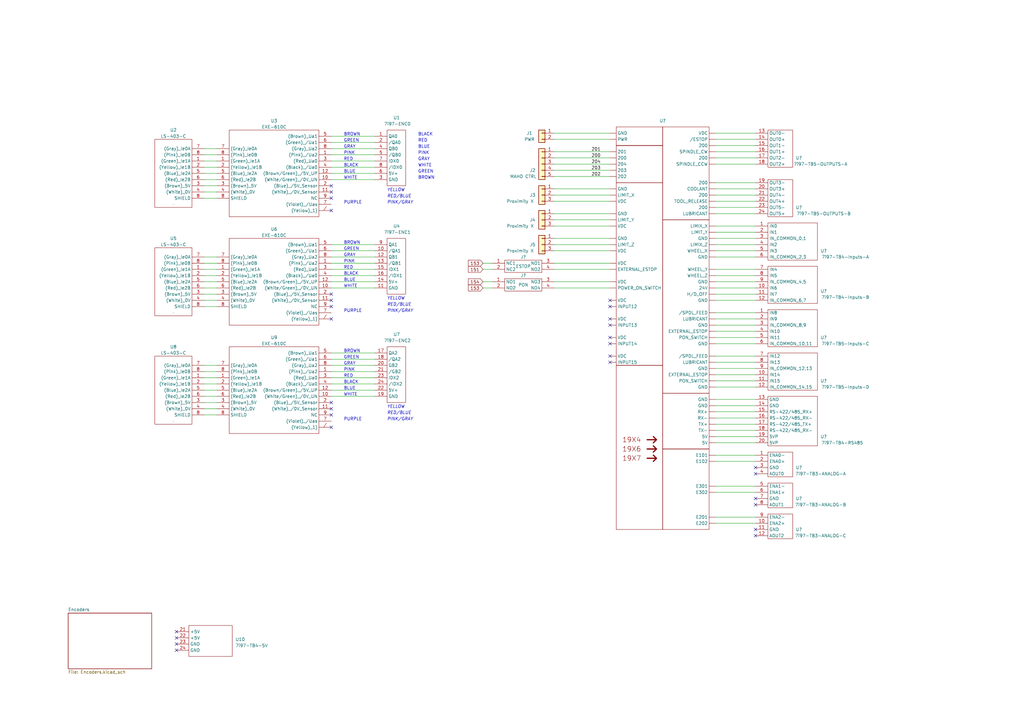
<source format=kicad_sch>
(kicad_sch (version 20230121) (generator eeschema)
  (paper "A3")
  (lib_symbols
    (symbol "Connector_Generic:Conn_01x02" (pin_names (offset 1.016) hide)
      (property "Reference" "J" (at 0 2.54 0))
      (property "Value" "Conn_01x02" (at 0 -5.08 0))
      (symbol "Conn_01x02_1_1"
        (rectangle (start -1.27 -2.413) (end 0 -2.667) (stroke (width 0.1524)))
        (rectangle (start -1.27 0.127) (end 0 -0.127) (stroke (width 0.1524)))
        (rectangle (start -1.27 1.27) (end 1.27 -3.81) (stroke (width 0.254)) (fill (type background)))
        (pin passive line (at -5.08 0 0) (length 3.81) (name "Pin_1") (number "1"))
        (pin passive line (at -5.08 -2.54 0) (length 3.81) (name "Pin_2") (number "2"))
      )
    )
    (symbol "Connector_Generic:Conn_01x03" (pin_names (offset 1.016) hide)
      (property "Reference" "J" (at 0 5.08 0))
      (property "Value" "Conn_01x03" (at 0 -5.08 0))
      (symbol "Conn_01x03_1_1"
        (rectangle (start -1.27 -2.413) (end 0 -2.667) (stroke (width 0.1524)))
        (rectangle (start -1.27 0.127) (end 0 -0.127) (stroke (width 0.1524)))
        (rectangle (start -1.27 2.667) (end 0 2.413) (stroke (width 0.1524)))
        (rectangle (start -1.27 3.81) (end 1.27 -3.81) (stroke (width 0.254)) (fill (type background)))
        (pin passive line (at -5.08 2.54 0) (length 3.81) (name "Pin_1") (number "1"))
        (pin passive line (at -5.08 0 0) (length 3.81) (name "Pin_2") (number "2"))
        (pin passive line (at -5.08 -2.54 0) (length 3.81) (name "Pin_3") (number "3"))
      )
    )
    (symbol "Connector_Generic:Conn_01x05" (pin_names (offset 1.016) hide)
      (property "Reference" "J" (at 0 7.62 0))
      (property "Value" "Conn_01x05" (at 0 -7.62 0))
      (symbol "Conn_01x05_1_1"
        (rectangle (start -1.27 -4.953) (end 0 -5.207) (stroke (width 0.1524)))
        (rectangle (start -1.27 -2.413) (end 0 -2.667) (stroke (width 0.1524)))
        (rectangle (start -1.27 0.127) (end 0 -0.127) (stroke (width 0.1524)))
        (rectangle (start -1.27 2.667) (end 0 2.413) (stroke (width 0.1524)))
        (rectangle (start -1.27 5.207) (end 0 4.953) (stroke (width 0.1524)))
        (rectangle (start -1.27 6.35) (end 1.27 -6.35) (stroke (width 0.254)) (fill (type background)))
        (pin passive line (at -5.08 5.08 0) (length 3.81) (name "Pin_1") (number "1"))
        (pin passive line (at -5.08 2.54 0) (length 3.81) (name "Pin_2") (number "2"))
        (pin passive line (at -5.08 0 0) (length 3.81) (name "Pin_3") (number "3"))
        (pin passive line (at -5.08 -2.54 0) (length 3.81) (name "Pin_4") (number "4"))
        (pin passive line (at -5.08 -5.08 0) (length 3.81) (name "Pin_5") (number "5"))
      )
    )
    (symbol "MAHO:7i97-ENC0"
      (property "Reference" "U" (at 0 15.24 0))
      (property "Value" "7i97-ENC0" (at 0 12.7 0))
      (symbol "7i97-ENC0_0_1"
        (rectangle (start -3.81 11.43) (end 3.81 -11.43) (stroke (width 0.1524)))
      )
      (symbol "7i97-ENC0_1_1"
        (pin passive line (at -8.89 8.89 0) (length 5.08) (name "QA0") (number "1"))
        (pin passive line (at -8.89 6.35 0) (length 5.08) (name "/QA0") (number "2"))
        (pin passive line (at -8.89 -8.89 0) (length 5.08) (name "GND") (number "3"))
        (pin passive line (at -8.89 3.81 0) (length 5.08) (name "QB0") (number "4"))
        (pin passive line (at -8.89 1.27 0) (length 5.08) (name "/QB0") (number "5"))
        (pin passive line (at -8.89 -6.35 0) (length 5.08) (name "5V+") (number "6"))
        (pin passive line (at -8.89 -1.27 0) (length 5.08) (name "IDX0") (number "7"))
        (pin passive line (at -8.89 -3.81 0) (length 5.08) (name "/IDX0") (number "8"))
      )
    )
    (symbol "MAHO:7i97-ENC1"
      (property "Reference" "U" (at 0 13.97 0))
      (property "Value" "7i97-ENC1" (at 0 12.7 0))
      (symbol "7i97-ENC1_0_1"
        (rectangle (start -3.81 11.43) (end 3.81 -11.43) (stroke (width 0.1524)))
      )
      (symbol "7i97-ENC1_1_1"
        (pin passive line (at -8.89 6.35 0) (length 5.08) (name "/QA1") (number "10"))
        (pin passive line (at -8.89 -8.89 0) (length 5.08) (name "GND") (number "11"))
        (pin passive line (at -8.89 3.81 0) (length 5.08) (name "QB1") (number "12"))
        (pin passive line (at -8.89 1.27 0) (length 5.08) (name "/QB1") (number "13"))
        (pin passive line (at -8.89 -6.35 0) (length 5.08) (name "5V+") (number "14"))
        (pin passive line (at -8.89 -1.27 0) (length 5.08) (name "IDX1") (number "15"))
        (pin passive line (at -8.89 -3.81 0) (length 5.08) (name "/IDX1") (number "16"))
        (pin passive line (at -8.89 8.89 0) (length 5.08) (name "QA1") (number "9"))
      )
    )
    (symbol "MAHO:7i97-ENC2"
      (property "Reference" "U" (at 0 15.24 0))
      (property "Value" "7i97-ENC2" (at 0 12.7 0))
      (symbol "7i97-ENC2_0_1"
        (rectangle (start -3.81 11.43) (end 3.81 -11.43) (stroke (width 0.1524)))
      )
      (symbol "7i97-ENC2_1_1"
        (pin passive line (at -8.89 8.89 0) (length 5.08) (name "QA2") (number "17"))
        (pin passive line (at -8.89 6.35 0) (length 5.08) (name "/QA2") (number "18"))
        (pin passive line (at -8.89 -8.89 0) (length 5.08) (name "GND") (number "19"))
        (pin passive line (at -8.89 3.81 0) (length 5.08) (name "GB2") (number "20"))
        (pin passive line (at -8.89 1.27 0) (length 5.08) (name "/GB2") (number "21"))
        (pin passive line (at -8.89 -6.35 0) (length 5.08) (name "5V+") (number "22"))
        (pin passive line (at -8.89 -1.27 0) (length 5.08) (name "IDX2") (number "23"))
        (pin passive line (at -8.89 -3.81 0) (length 5.08) (name "/IDX2") (number "24"))
      )
    )
    (symbol "MAHO:7i97-TB3-ANALOG-A"
      (property "Reference" "U" (at 7.62 -1.27 0))
      (property "Value" "7i97-TB3-ANALOG-A" (at 16.51 -3.81 0))
      (symbol "7i97-TB3-ANALOG-A_0_1"
        (rectangle (start -5.08 5.08) (end 5.08 -5.08) (stroke (width 0.1524)))
      )
      (symbol "7i97-TB3-ANALOG-A_1_1"
        (pin passive line (at -10.16 3.81 0) (length 5.08) (name "ENA0-") (number "1"))
        (pin passive line (at -10.16 1.27 0) (length 5.08) (name "ENA0+") (number "2"))
        (pin passive line (at -10.16 -1.27 0) (length 5.08) (name "GND") (number "3"))
        (pin passive line (at -10.16 -3.81 0) (length 5.08) (name "AOUT0") (number "4"))
      )
    )
    (symbol "MAHO:7i97-TB3-ANALOG-B"
      (property "Reference" "U" (at -5.08 -3.81 0))
      (property "Value" "7i97-TB3-ANALOG-B" (at 3.81 -6.35 0))
      (symbol "7i97-TB3-ANALOG-B_0_1"
        (rectangle (start -17.78 2.54) (end -7.62 -7.62) (stroke (width 0.1524)))
      )
      (symbol "7i97-TB3-ANALOG-B_1_1"
        (pin passive line (at -22.86 1.27 0) (length 5.08) (name "ENA1-") (number "5"))
        (pin passive line (at -22.86 -1.27 0) (length 5.08) (name "ENA1+") (number "6"))
        (pin passive line (at -22.86 -3.81 0) (length 5.08) (name "GND") (number "7"))
        (pin passive line (at -22.86 -6.35 0) (length 5.08) (name "AOUT1") (number "8"))
      )
    )
    (symbol "MAHO:7i97-TB3-ANALOG-C"
      (property "Reference" "U" (at 7.62 -1.27 0))
      (property "Value" "7i97-TB3-ANALOG-C" (at 16.51 -3.81 0))
      (symbol "7i97-TB3-ANALOG-C_0_1"
        (rectangle (start -5.08 5.08) (end 5.08 -5.08) (stroke (width 0.1524)))
      )
      (symbol "7i97-TB3-ANALOG-C_1_1"
        (pin passive line (at -10.16 1.27 0) (length 5.08) (name "ENA2+") (number "10"))
        (pin passive line (at -10.16 -1.27 0) (length 5.08) (name "GND") (number "11"))
        (pin passive line (at -10.16 -3.81 0) (length 5.08) (name "AOUT2") (number "12"))
        (pin passive line (at -10.16 3.81 0) (length 5.08) (name "ENA2-") (number "9"))
      )
    )
    (symbol "MAHO:7i97-TB4-5V"
      (property "Reference" "U" (at 0 11.43 0))
      (property "Value" "7i97-TB4-5V" (at 0 8.89 0))
      (symbol "7i97-TB4-5V_0_1"
        (rectangle (start -8.89 6.35) (end 8.89 -6.35) (stroke (width 0.1524)))
      )
      (symbol "7i97-TB4-5V_1_1"
        (pin passive line (at -13.97 3.81 0) (length 5.08) (name "+5V") (number "21"))
        (pin passive line (at -13.97 1.27 0) (length 5.08) (name "+5V") (number "22"))
        (pin passive line (at -13.97 -1.27 0) (length 5.08) (name "GND") (number "23"))
        (pin passive line (at -13.97 -3.81 0) (length 5.08) (name "GND") (number "24"))
      )
    )
    (symbol "MAHO:7i97-TB4-Inputs-A"
      (property "Reference" "U" (at 12.7 -3.81 0))
      (property "Value" "7i97-TB4-Inputs-A" (at 21.59 -6.35 0))
      (symbol "7i97-TB4-Inputs-A_0_1"
        (rectangle (start -10.16 7.62) (end 10.16 -7.62) (stroke (width 0.1524)))
      )
      (symbol "7i97-TB4-Inputs-A_1_1"
        (pin passive line (at -15.24 6.35 0) (length 5.08) (name "IN0") (number "1"))
        (pin passive line (at -15.24 3.81 0) (length 5.08) (name "IN1") (number "2"))
        (pin passive line (at -15.24 1.27 0) (length 5.08) (name "IN_COMMON_0,1") (number "3"))
        (pin passive line (at -15.24 -1.27 0) (length 5.08) (name "IN2") (number "4"))
        (pin passive line (at -15.24 -3.81 0) (length 5.08) (name "IN3") (number "5"))
        (pin passive line (at -15.24 -6.35 0) (length 5.08) (name "IN_COMMON_2,3") (number "6"))
      )
    )
    (symbol "MAHO:7i97-TB4-Inputs-B"
      (property "Reference" "U" (at 12.7 -2.54 0))
      (property "Value" "7i97-TB4-Inputs-B" (at 21.59 -5.08 0))
      (symbol "7i97-TB4-Inputs-B_0_1"
        (rectangle (start -10.16 7.62) (end 10.16 -7.62) (stroke (width 0.1524)))
      )
      (symbol "7i97-TB4-Inputs-B_1_1"
        (pin passive line (at -15.24 -1.27 0) (length 5.08) (name "IN6") (number "10"))
        (pin passive line (at -15.24 -3.81 0) (length 5.08) (name "IN7") (number "11"))
        (pin passive line (at -15.24 -6.35 0) (length 5.08) (name "IN_COMMON_6,7") (number "12"))
        (pin passive line (at -15.24 6.35 0) (length 5.08) (name "IN4") (number "7"))
        (pin passive line (at -15.24 3.81 0) (length 5.08) (name "IN5") (number "8"))
        (pin passive line (at -15.24 1.27 0) (length 5.08) (name "IN_COMMON_4,5") (number "9"))
      )
    )
    (symbol "MAHO:7i97-TB4-RS485"
      (property "Reference" "U" (at 12.7 -6.35 0))
      (property "Value" "7i97-TB4-RS485" (at 20.32 -8.89 0))
      (symbol "7i97-TB4-RS485_0_1"
        (rectangle (start -10.16 10.16) (end 10.16 -10.16) (stroke (width 0.1524)))
      )
      (symbol "7i97-TB4-RS485_1_1"
        (pin passive line (at -15.24 8.89 0) (length 5.08) (name "GND") (number "13"))
        (pin passive line (at -15.24 6.35 0) (length 5.08) (name "GND") (number "14"))
        (pin passive line (at -15.24 3.81 0) (length 5.08) (name "RS-422/485_RX+") (number "15"))
        (pin passive line (at -15.24 1.27 0) (length 5.08) (name "RS-422/485_RX-") (number "16"))
        (pin passive line (at -15.24 -1.27 0) (length 5.08) (name "RS-422/485_TX+") (number "17"))
        (pin passive line (at -15.24 -3.81 0) (length 5.08) (name "RS-422/485_RX-") (number "18"))
        (pin passive line (at -15.24 -6.35 0) (length 5.08) (name "5VP") (number "19"))
        (pin passive line (at -15.24 -8.89 0) (length 5.08) (name "5VP") (number "20"))
      )
    )
    (symbol "MAHO:7i97-TB5-Inputs-C"
      (property "Reference" "U" (at 12.7 -3.81 0))
      (property "Value" "7i97-TB5-Inputs-C" (at 21.59 -6.35 0))
      (symbol "7i97-TB5-Inputs-C_0_1"
        (rectangle (start -10.16 7.62) (end 10.16 -7.62) (stroke (width 0.1524)))
      )
      (symbol "7i97-TB5-Inputs-C_1_1"
        (pin passive line (at -15.24 6.35 0) (length 5.08) (name "IN8") (number "1"))
        (pin passive line (at -15.24 3.81 0) (length 5.08) (name "IN9") (number "2"))
        (pin passive line (at -15.24 1.27 0) (length 5.08) (name "IN_COMMON_8,9") (number "3"))
        (pin passive line (at -15.24 -1.27 0) (length 5.08) (name "IN10") (number "4"))
        (pin passive line (at -15.24 -3.81 0) (length 5.08) (name "IN11") (number "5"))
        (pin passive line (at -15.24 -6.35 0) (length 5.08) (name "IN_COMMON_10,11") (number "6"))
      )
    )
    (symbol "MAHO:7i97-TB5-Inputs-D"
      (property "Reference" "U" (at 12.7 -3.81 0))
      (property "Value" "7i97-TB5-Inputs-D" (at 21.59 -6.35 0))
      (symbol "7i97-TB5-Inputs-D_0_1"
        (rectangle (start -10.16 7.62) (end 10.16 -7.62) (stroke (width 0.1524)))
      )
      (symbol "7i97-TB5-Inputs-D_1_1"
        (pin passive line (at -15.24 -1.27 0) (length 5.08) (name "IN14") (number "10"))
        (pin passive line (at -15.24 -3.81 0) (length 5.08) (name "IN15") (number "11"))
        (pin passive line (at -15.24 -6.35 0) (length 5.08) (name "IN_COMMON_14,15") (number "12"))
        (pin passive line (at -15.24 6.35 0) (length 5.08) (name "IN12") (number "7"))
        (pin passive line (at -15.24 3.81 0) (length 5.08) (name "IN13") (number "8"))
        (pin passive line (at -15.24 1.27 0) (length 5.08) (name "IN_COMMON_12,13") (number "9"))
      )
    )
    (symbol "MAHO:7i97-TB5-OUTPUTS-A"
      (property "Reference" "U" (at 7.62 -3.81 0))
      (property "Value" "7i97-TB5-OUTPUTS-A" (at 16.51 -6.35 0))
      (symbol "7i97-TB5-OUTPUTS-A_0_1"
        (rectangle (start -5.08 7.62) (end 5.08 -7.62) (stroke (width 0.1524)))
      )
      (symbol "7i97-TB5-OUTPUTS-A_1_1"
        (pin passive line (at -10.16 6.35 0) (length 5.08) (name "OUT0-") (number "13"))
        (pin passive line (at -10.16 3.81 0) (length 5.08) (name "OUT0+") (number "14"))
        (pin passive line (at -10.16 1.27 0) (length 5.08) (name "OUT1-") (number "15"))
        (pin passive line (at -10.16 -1.27 0) (length 5.08) (name "OUT1+") (number "16"))
        (pin passive line (at -10.16 -3.81 0) (length 5.08) (name "OUT2-") (number "17"))
        (pin passive line (at -10.16 -6.35 0) (length 5.08) (name "OUT2+") (number "18"))
      )
    )
    (symbol "MAHO:7i97-TB5-OUTPUTS-B"
      (property "Reference" "U" (at 7.62 -3.81 0))
      (property "Value" "7i97-TB5-OUTPUTS-B" (at 17.78 -6.35 0))
      (symbol "7i97-TB5-OUTPUTS-B_0_1"
        (rectangle (start -5.08 7.62) (end 5.08 -7.62) (stroke (width 0.1524)))
      )
      (symbol "7i97-TB5-OUTPUTS-B_1_1"
        (pin passive line (at -10.16 6.35 0) (length 5.08) (name "OUT3-") (number "19"))
        (pin passive line (at -10.16 3.81 0) (length 5.08) (name "OUT3+") (number "20"))
        (pin passive line (at -10.16 1.27 0) (length 5.08) (name "OUT4-") (number "21"))
        (pin passive line (at -10.16 -1.27 0) (length 5.08) (name "OUT4+") (number "22"))
        (pin passive line (at -10.16 -3.81 0) (length 5.08) (name "OUT5-") (number "23"))
        (pin passive line (at -10.16 -6.35 0) (length 5.08) (name "OUT5+") (number "24"))
      )
    )
    (symbol "MAHO:Breakout"
      (property "Reference" "U" (at 0 57.15 0))
      (symbol "Breakout_0_1"
        (rectangle (start -19.05 -43.18) (end 0 -110.49))
        (rectangle (start -19.05 46.99) (end 0 31.75))
        (rectangle (start -19.05 54.61) (end 0 46.99))
        (rectangle (start 0 -77.47) (end 19.05 -110.49))
        (rectangle (start 0 -54.61) (end 19.05 -77.47))
        (rectangle (start 0 16.51) (end 19.05 -54.61))
        (rectangle (start 0 54.61) (end 19.05 16.51))
      )
      (symbol "Breakout_1_1"
        (rectangle (start -19.05 31.75) (end 0 -43.18))
        (polyline (pts (xy -2.54 -81.28) (xy -3.81 -82.55)) (stroke (width 0.5)))
        (polyline (pts (xy -2.54 -77.47) (xy -3.81 -78.74)) (stroke (width 0.5)))
        (polyline (pts (xy -2.54 -73.66) (xy -3.81 -74.93)) (stroke (width 0.5)))
        (polyline (pts (xy -6.35 -81.28) (xy -2.54 -81.28) (xy -3.81 -80.01)) (stroke (width 0.5)))
        (polyline (pts (xy -6.35 -77.47) (xy -2.54 -77.47) (xy -3.81 -76.2)) (stroke (width 0.5)))
        (polyline (pts (xy -6.35 -73.66) (xy -3.81 -73.66) (xy -2.54 -73.66) (xy -3.81 -72.39)) (stroke (width 0.5)))
        (text "19X4" (at -12.7 -73.66 0) (effects (font (size 2 2))))
        (text "19X6" (at -12.7 -77.47 0) (effects (font (size 2 2))))
        (text "19X7" (at -12.7 -81.28 0) (effects (font (size 2 2))))
        (pin passive line (at 21.59 49.53 180) (length 2.54) (name "/ESTOP") (number ""))
        (pin passive line (at 21.59 -39.37 180) (length 2.54) (name "/SPDL_FEED") (number ""))
        (pin passive line (at 21.59 -21.59 180) (length 2.54) (name "/SPDL_FEED") (number ""))
        (pin passive line (at -21.59 41.91 0) (length 2.54) (name "200") (number ""))
        (pin passive line (at 21.59 21.59 180) (length 2.54) (name "200") (number ""))
        (pin passive line (at 21.59 26.67 180) (length 2.54) (name "200") (number ""))
        (pin passive line (at 21.59 31.75 180) (length 2.54) (name "200") (number ""))
        (pin passive line (at 21.59 41.91 180) (length 2.54) (name "200") (number ""))
        (pin passive line (at 21.59 46.99 180) (length 2.54) (name "200") (number ""))
        (pin passive line (at -21.59 44.45 0) (length 2.54) (name "201") (number ""))
        (pin passive line (at -21.59 34.29 0) (length 2.54) (name "202") (number ""))
        (pin passive line (at -21.59 36.83 0) (length 2.54) (name "203") (number ""))
        (pin passive line (at -21.59 39.37 0) (length 2.54) (name "204") (number ""))
        (pin passive line (at 21.59 -11.43 180) (length 2.54) (name "24V") (number ""))
        (pin passive line (at 21.59 -74.93 180) (length 2.54) (name "5V") (number ""))
        (pin passive line (at 21.59 -72.39 180) (length 2.54) (name "5V") (number ""))
        (pin passive line (at 21.59 29.21 180) (length 2.54) (name "COOLANT") (number ""))
        (pin passive line (at 21.59 -80.01 180) (length 2.54) (name "E101") (number ""))
        (pin passive line (at 21.59 -82.55 180) (length 2.54) (name "E102") (number ""))
        (pin passive line (at 21.59 -105.41 180) (length 2.54) (name "E201") (number ""))
        (pin passive line (at 21.59 -107.95 180) (length 2.54) (name "E202") (number ""))
        (pin passive line (at 21.59 -92.71 180) (length 2.54) (name "E301") (number ""))
        (pin passive line (at 21.59 -95.25 180) (length 2.54) (name "E302") (number ""))
        (pin passive line (at -21.59 -3.81 0) (length 2.54) (name "EXTERNAL_ESTOP") (number ""))
        (pin passive line (at 21.59 -46.99 180) (length 2.54) (name "EXTERNAL_ESTOP") (number ""))
        (pin passive line (at 21.59 -29.21 180) (length 2.54) (name "EXTERNAL_ESTOP") (number ""))
        (pin passive line (at -21.59 8.89 0) (length 2.54) (name "GND") (number ""))
        (pin passive line (at -21.59 19.05 0) (length 2.54) (name "GND") (number ""))
        (pin passive line (at -21.59 29.21 0) (length 2.54) (name "GND") (number ""))
        (pin passive line (at -21.59 52.07 0) (length 2.54) (name "GND") (number ""))
        (pin passive line (at 21.59 -59.69 180) (length 2.54) (name "GND") (number ""))
        (pin passive line (at 21.59 -57.15 180) (length 2.54) (name "GND") (number ""))
        (pin passive line (at 21.59 -52.07 180) (length 2.54) (name "GND") (number ""))
        (pin passive line (at 21.59 -44.45 180) (length 2.54) (name "GND") (number ""))
        (pin passive line (at 21.59 -34.29 180) (length 2.54) (name "GND") (number ""))
        (pin passive line (at 21.59 -26.67 180) (length 2.54) (name "GND") (number ""))
        (pin passive line (at 21.59 -16.51 180) (length 2.54) (name "GND") (number ""))
        (pin passive line (at 21.59 -8.89 180) (length 2.54) (name "GND") (number ""))
        (pin passive line (at 21.59 1.27 180) (length 2.54) (name "GND") (number ""))
        (pin passive line (at 21.59 8.89 180) (length 2.54) (name "GND") (number ""))
        (pin passive line (at 21.59 -13.97 180) (length 2.54) (name "H/D_OFF") (number ""))
        (pin passive line (at -21.59 -19.05 0) (length 2.54) (name "INPUT12") (number ""))
        (pin passive line (at -21.59 -26.67 0) (length 2.54) (name "INPUT13") (number ""))
        (pin passive line (at -21.59 -34.29 0) (length 2.54) (name "INPUT14") (number ""))
        (pin passive line (at -21.59 -41.91 0) (length 2.54) (name "INPUT15") (number ""))
        (pin passive line (at -21.59 26.67 0) (length 2.54) (name "LIMIT_X") (number ""))
        (pin passive line (at -21.59 16.51 0) (length 2.54) (name "LIMIT_Y") (number ""))
        (pin passive line (at 21.59 11.43 180) (length 2.54) (name "LIMIT_Y") (number ""))
        (pin passive line (at -21.59 6.35 0) (length 2.54) (name "LIMIT_Z") (number ""))
        (pin passive line (at 21.59 13.97 180) (length 2.54) (name "LIMIX_X") (number ""))
        (pin passive line (at 21.59 6.35 180) (length 2.54) (name "LIMIX_Z") (number ""))
        (pin passive line (at 21.59 -41.91 180) (length 2.54) (name "LUBRICANT") (number ""))
        (pin passive line (at 21.59 -24.13 180) (length 2.54) (name "LUBRICANT") (number ""))
        (pin passive line (at 21.59 19.05 180) (length 2.54) (name "LUBRICANT") (number ""))
        (pin passive line (at 21.59 -49.53 180) (length 2.54) (name "PON_SWITCH") (number ""))
        (pin passive line (at 21.59 -31.75 180) (length 2.54) (name "PON_SWITCH") (number ""))
        (pin passive line (at -21.59 -11.43 0) (length 2.54) (name "POWER_ON_SWITCH") (number ""))
        (pin passive line (at -21.59 49.53 0) (length 2.54) (name "PWR") (number ""))
        (pin passive line (at 21.59 -62.23 180) (length 2.54) (name "RX+") (number ""))
        (pin passive line (at 21.59 -64.77 180) (length 2.54) (name "RX-") (number ""))
        (pin passive line (at 21.59 39.37 180) (length 2.54) (name "SPINDLE_CCW") (number ""))
        (pin passive line (at 21.59 44.45 180) (length 2.54) (name "SPINDLE_CW") (number ""))
        (pin passive line (at 21.59 24.13 180) (length 2.54) (name "TOOL_RELEASE") (number ""))
        (pin passive line (at 21.59 -67.31 180) (length 2.54) (name "TX+") (number ""))
        (pin passive line (at 21.59 -69.85 180) (length 2.54) (name "TX-") (number ""))
        (pin passive line (at -21.59 -39.37 0) (length 2.54) (name "VDC") (number ""))
        (pin passive line (at -21.59 -31.75 0) (length 2.54) (name "VDC") (number ""))
        (pin passive line (at -21.59 -24.13 0) (length 2.54) (name "VDC") (number ""))
        (pin passive line (at -21.59 -16.51 0) (length 2.54) (name "VDC") (number ""))
        (pin passive line (at -21.59 -8.89 0) (length 2.54) (name "VDC") (number ""))
        (pin passive line (at -21.59 -1.27 0) (length 2.54) (name "VDC") (number ""))
        (pin passive line (at -21.59 3.81 0) (length 2.54) (name "VDC") (number ""))
        (pin passive line (at -21.59 13.97 0) (length 2.54) (name "VDC") (number ""))
        (pin passive line (at -21.59 24.13 0) (length 2.54) (name "VDC") (number ""))
        (pin passive line (at 21.59 52.07 180) (length 2.54) (name "VDC") (number ""))
        (pin passive line (at 21.59 3.81 180) (length 2.54) (name "WHEEL_X") (number ""))
        (pin passive line (at 21.59 -3.81 180) (length 2.54) (name "WHEEL_Y") (number ""))
        (pin passive line (at 21.59 -6.35 180) (length 2.54) (name "WHEEL_Z") (number ""))
      )
    )
    (symbol "MAHO:ESTOP"
      (property "Reference" "J" (at 0 3.81 0))
      (property "Value" "ESTOP" (at 0 0 0))
      (symbol "ESTOP_0_1"
        (rectangle (start -7.62 2.54) (end 7.62 -2.54))
      )
      (symbol "ESTOP_1_1"
        (pin passive line (at -12.7 1.27 0) (length 5.08) (name "NC1") (number "1"))
        (pin passive line (at -12.7 -1.27 0) (length 5.08) (name "NC2") (number "2"))
        (pin passive line (at 12.7 1.27 180) (length 5.08) (name "NO1") (number "3"))
        (pin passive line (at 12.7 -1.27 180) (length 5.08) (name "NO2") (number "4"))
      )
    )
    (symbol "MAHO:EXE-610C"
      (property "Reference" "U" (at 0 -19.05 0))
      (property "Value" "EXE-610C" (at 0 19.05 0))
      (symbol "EXE-610C_0_1"
        (rectangle (start -10.16 -2.54) (end -10.16 -2.54) (stroke (width 0.1524)))
        (rectangle (start -10.16 -2.54) (end -10.16 -2.54) (stroke (width 0.1524)))
        (polyline (pts (xy -10.16 -2.54) (xy -10.16 -2.54)) (stroke (width 0.1524)))
        (rectangle (start 19.05 17.78) (end -17.78 -17.78) (stroke (width 0.1524)))
      )
      (symbol "EXE-610C_1_1"
        (pin passive line (at 24.13 -15.24 180) (length 5.08) (name "(Yellow)_1)") (number "/"))
        (pin passive line (at -22.86 5.08 0) (length 5.08) (name "(Green)_Ie1A") (number "1"))
        (pin passive line (at 24.13 7.62 180) (length 5.08) (name "(Pink)_/Ua2") (number "1"))
        (pin passive line (at 24.13 -2.54 180) (length 5.08) (name "(White/Green)_/0V_UN") (number "10"))
        (pin passive line (at 24.13 -7.62 180) (length 5.08) (name "(White)_/0V_Sensor") (number "11"))
        (pin passive line (at 24.13 0 180) (length 5.08) (name "(Brown/Green)_/5V_UP") (number "12"))
        (pin passive line (at 24.13 -5.08 180) (length 5.08) (name "(Blue)_/5V_Sensor") (number "2"))
        (pin passive line (at -22.86 2.54 0) (length 5.08) (name "(Yellow)_Ie1B") (number "2"))
        (pin passive line (at -22.86 -5.08 0) (length 5.08) (name "(Brown)_5V") (number "3"))
        (pin passive line (at 24.13 5.08 180) (length 5.08) (name "(Red)_Ua0") (number "3"))
        (pin passive line (at 24.13 2.54 180) (length 5.08) (name "(Black)_/Ua0") (number "4"))
        (pin passive line (at -22.86 -7.62 0) (length 5.08) (name "(White)_0V") (number "4"))
        (pin passive line (at -22.86 0 0) (length 5.08) (name "(Blue)_Ie2A") (number "5"))
        (pin passive line (at 24.13 15.24 180) (length 5.08) (name "(Brown)_Ua1") (number "5"))
        (pin passive line (at 24.13 12.7 180) (length 5.08) (name "(Green)_/Ua1") (number "6"))
        (pin passive line (at -22.86 -2.54 0) (length 5.08) (name "(Red)_Ie2B") (number "6"))
        (pin passive line (at -22.86 10.16 0) (length 5.08) (name "(Gray)_Ie0A") (number "7"))
        (pin passive line (at 24.13 -12.7 180) (length 5.08) (name "(Violet)_/Uas") (number "7"))
        (pin passive line (at 24.13 10.16 180) (length 5.08) (name "(Gray)_Ua2") (number "8"))
        (pin passive line (at -22.86 7.62 0) (length 5.08) (name "(Pink)_Ie0B") (number "8"))
        (pin passive line (at -22.86 -10.16 0) (length 5.08) (name "SHIELD") (number "8"))
        (pin passive line (at 24.13 -10.16 180) (length 5.08) (name "NC") (number "9"))
      )
    )
    (symbol "MAHO:LS-403-C"
      (property "Reference" "U" (at 0 -15.24 0))
      (property "Value" "LS-403-C" (at 0 15.24 0))
      (symbol "LS-403-C_0_1"
        (rectangle (start 0 -12.7) (end 0 -12.7) (stroke (width 0.1524)))
        (rectangle (start 0 -12.7) (end 0 -12.7) (stroke (width 0.1524)))
        (polyline (pts (xy 0 -12.7) (xy 0 -12.7)) (stroke (width 0.1524)))
        (rectangle (start 7.62 13.97) (end -7.62 -13.97) (stroke (width 0.1524)))
      )
      (symbol "LS-403-C_1_1"
        (pin passive line (at 12.7 5.08 180) (length 5.08) (name "(Green)_Ie1A") (number "1"))
        (pin passive line (at 12.7 2.54 180) (length 5.08) (name "(Yellow)_Ie1B") (number "2"))
        (pin passive line (at 12.7 -5.08 180) (length 5.08) (name "(Brown)_5V") (number "3"))
        (pin passive line (at 12.7 -7.62 180) (length 5.08) (name "(White)_0V") (number "4"))
        (pin passive line (at 12.7 0 180) (length 5.08) (name "(Blue)_Ie2A") (number "5"))
        (pin passive line (at 12.7 -2.54 180) (length 5.08) (name "(Red)_Ie2B") (number "6"))
        (pin passive line (at 12.7 10.16 180) (length 5.08) (name "(Gray)_Ie0A") (number "7"))
        (pin passive line (at 12.7 7.62 180) (length 5.08) (name "(Pink)_Ie0B") (number "8"))
        (pin passive line (at 12.7 -10.16 180) (length 5.08) (name "SHIELD") (number "8"))
      )
    )
    (symbol "MAHO:PWR_SWITCH"
      (property "Reference" "J?" (at 0 3.81 0))
      (property "Value" "PON" (at 0 0 0))
      (symbol "PWR_SWITCH_0_1"
        (rectangle (start -7.62 2.54) (end 7.62 -2.54))
      )
      (symbol "PWR_SWITCH_1_1"
        (pin passive line (at -12.7 1.27 0) (length 5.08) (name "NO1") (number "1"))
        (pin passive line (at -12.7 -1.27 0) (length 5.08) (name "NO2") (number "2"))
        (pin passive line (at 12.7 1.27 180) (length 5.08) (name "NO3") (number "3"))
        (pin passive line (at 12.7 -1.27 180) (length 5.08) (name "NO4") (number "4"))
      )
    )
  )
  (no_connect (at 250.19 148.59))
  (no_connect (at 309.88 194.31))
  (no_connect (at 309.88 191.77))
  (no_connect (at 72.39 259.08))
  (no_connect (at 135.89 165.1))
  (no_connect (at 309.88 217.17))
  (no_connect (at 250.19 125.73))
  (no_connect (at 135.89 123.19))
  (no_connect (at 72.39 264.16))
  (no_connect (at 135.89 125.73))
  (no_connect (at 309.88 204.47))
  (no_connect (at 135.89 81.28))
  (no_connect (at 72.39 261.62))
  (no_connect (at 135.89 76.2))
  (no_connect (at 135.89 175.26))
  (no_connect (at 135.89 86.36))
  (no_connect (at 250.19 138.43))
  (no_connect (at 250.19 130.81))
  (no_connect (at 250.19 133.35))
  (no_connect (at 135.89 78.74))
  (no_connect (at 135.89 170.18))
  (no_connect (at 309.88 207.01))
  (no_connect (at 309.88 219.71))
  (no_connect (at 250.19 123.19))
  (no_connect (at 72.39 266.7))
  (no_connect (at 135.89 130.81))
  (no_connect (at 135.89 167.64))
  (no_connect (at 250.19 146.05))
  (no_connect (at 135.89 120.65))
  (no_connect (at 250.19 140.97))
  (wire (pts (xy 293.37 105.41) (xy 309.88 105.41)))
  (wire (pts (xy 293.37 62.23) (xy 309.88 62.23)))
  (wire (pts (xy 83.82 125.73) (xy 88.9 125.73)))
  (wire (pts (xy 227.33 80.01) (xy 250.19 80.01)))
  (wire (pts (xy 227.33 87.63) (xy 250.19 87.63)))
  (wire (pts (xy 227.33 115.57) (xy 250.19 115.57)))
  (wire (pts (xy 293.37 113.03) (xy 309.88 113.03)))
  (wire (pts (xy 293.37 156.21) (xy 309.88 156.21)))
  (wire (pts (xy 135.89 149.86) (xy 153.67 149.86)))
  (wire (pts (xy 293.37 176.53) (xy 309.88 176.53)))
  (wire (pts (xy 83.82 63.5) (xy 88.9 63.5)))
  (wire (pts (xy 293.37 171.45) (xy 309.88 171.45)))
  (wire (pts (xy 83.82 162.56) (xy 88.9 162.56)))
  (wire (pts (xy 293.37 87.63) (xy 309.88 87.63)))
  (wire (pts (xy 83.82 78.74) (xy 88.9 78.74)))
  (wire (pts (xy 135.89 60.96) (xy 153.67 60.96)))
  (wire (pts (xy 83.82 107.95) (xy 88.9 107.95)))
  (wire (pts (xy 293.37 67.31) (xy 309.88 67.31)))
  (wire (pts (xy 135.89 55.88) (xy 153.67 55.88)))
  (wire (pts (xy 293.37 128.27) (xy 309.88 128.27)))
  (wire (pts (xy 83.82 118.11) (xy 88.9 118.11)))
  (wire (pts (xy 293.37 135.89) (xy 309.88 135.89)))
  (wire (pts (xy 293.37 181.61) (xy 309.88 181.61)))
  (wire (pts (xy 293.37 201.93) (xy 309.88 201.93)))
  (wire (pts (xy 83.82 73.66) (xy 88.9 73.66)))
  (wire (pts (xy 83.82 113.03) (xy 88.9 113.03)))
  (wire (pts (xy 293.37 146.05) (xy 309.88 146.05)))
  (wire (pts (xy 293.37 57.15) (xy 309.88 57.15)))
  (wire (pts (xy 293.37 173.99) (xy 309.88 173.99)))
  (wire (pts (xy 293.37 130.81) (xy 309.88 130.81)))
  (wire (pts (xy 83.82 123.19) (xy 88.9 123.19)))
  (wire (pts (xy 135.89 118.11) (xy 153.67 118.11)))
  (wire (pts (xy 227.33 64.77) (xy 250.19 64.77)))
  (wire (pts (xy 135.89 147.32) (xy 153.67 147.32)))
  (wire (pts (xy 135.89 160.02) (xy 153.67 160.02)))
  (wire (pts (xy 227.33 69.85) (xy 250.19 69.85)))
  (wire (pts (xy 293.37 64.77) (xy 309.88 64.77)))
  (wire (pts (xy 135.89 110.49) (xy 153.67 110.49)))
  (wire (pts (xy 83.82 154.94) (xy 88.9 154.94)))
  (wire (pts (xy 83.82 157.48) (xy 88.9 157.48)))
  (wire (pts (xy 227.33 82.55) (xy 250.19 82.55)))
  (wire (pts (xy 83.82 170.18) (xy 88.9 170.18)))
  (wire (pts (xy 83.82 165.1) (xy 88.9 165.1)))
  (wire (pts (xy 293.37 118.11) (xy 309.88 118.11)))
  (wire (pts (xy 83.82 81.28) (xy 88.9 81.28)))
  (wire (pts (xy 293.37 97.79) (xy 309.88 97.79)))
  (wire (pts (xy 227.33 67.31) (xy 250.19 67.31)))
  (wire (pts (xy 293.37 77.47) (xy 309.88 77.47)))
  (wire (pts (xy 201.93 115.57) (xy 198.12 115.57)))
  (wire (pts (xy 293.37 102.87) (xy 309.88 102.87)))
  (wire (pts (xy 227.33 110.49) (xy 250.19 110.49)))
  (wire (pts (xy 201.93 110.49) (xy 198.12 110.49)))
  (wire (pts (xy 293.37 186.69) (xy 309.88 186.69)))
  (wire (pts (xy 293.37 54.61) (xy 309.88 54.61)))
  (wire (pts (xy 135.89 105.41) (xy 153.67 105.41)))
  (wire (pts (xy 227.33 92.71) (xy 250.19 92.71)))
  (wire (pts (xy 293.37 166.37) (xy 309.88 166.37)))
  (wire (pts (xy 135.89 102.87) (xy 153.67 102.87)))
  (wire (pts (xy 83.82 71.12) (xy 88.9 71.12)))
  (wire (pts (xy 83.82 115.57) (xy 88.9 115.57)))
  (wire (pts (xy 135.89 113.03) (xy 153.67 113.03)))
  (wire (pts (xy 293.37 199.39) (xy 309.88 199.39)))
  (wire (pts (xy 135.89 68.58) (xy 153.67 68.58)))
  (wire (pts (xy 83.82 160.02) (xy 88.9 160.02)))
  (wire (pts (xy 293.37 212.09) (xy 309.88 212.09)))
  (wire (pts (xy 83.82 149.86) (xy 88.9 149.86)))
  (wire (pts (xy 293.37 95.25) (xy 309.88 95.25)))
  (wire (pts (xy 227.33 97.79) (xy 250.19 97.79)))
  (wire (pts (xy 201.93 118.11) (xy 198.12 118.11)))
  (wire (pts (xy 135.89 58.42) (xy 153.67 58.42)))
  (wire (pts (xy 135.89 71.12) (xy 153.67 71.12)))
  (wire (pts (xy 293.37 123.19) (xy 309.88 123.19)))
  (wire (pts (xy 135.89 100.33) (xy 153.67 100.33)))
  (wire (pts (xy 135.89 107.95) (xy 153.67 107.95)))
  (wire (pts (xy 135.89 152.4) (xy 153.67 152.4)))
  (wire (pts (xy 227.33 77.47) (xy 250.19 77.47)))
  (wire (pts (xy 83.82 110.49) (xy 88.9 110.49)))
  (wire (pts (xy 227.33 62.23) (xy 250.19 62.23)))
  (wire (pts (xy 83.82 120.65) (xy 88.9 120.65)))
  (wire (pts (xy 135.89 66.04) (xy 153.67 66.04)))
  (wire (pts (xy 293.37 151.13) (xy 309.88 151.13)))
  (wire (pts (xy 293.37 100.33) (xy 309.88 100.33)))
  (wire (pts (xy 135.89 154.94) (xy 153.67 154.94)))
  (wire (pts (xy 293.37 133.35) (xy 309.88 133.35)))
  (wire (pts (xy 293.37 74.93) (xy 309.88 74.93)))
  (wire (pts (xy 135.89 115.57) (xy 153.67 115.57)))
  (wire (pts (xy 293.37 148.59) (xy 309.88 148.59)))
  (wire (pts (xy 293.37 189.23) (xy 309.88 189.23)))
  (wire (pts (xy 227.33 72.39) (xy 250.19 72.39)))
  (wire (pts (xy 83.82 152.4) (xy 88.9 152.4)))
  (wire (pts (xy 293.37 59.69) (xy 309.88 59.69)))
  (wire (pts (xy 227.33 100.33) (xy 250.19 100.33)))
  (wire (pts (xy 293.37 92.71) (xy 309.88 92.71)))
  (wire (pts (xy 227.33 107.95) (xy 250.19 107.95)))
  (wire (pts (xy 83.82 167.64) (xy 88.9 167.64)))
  (wire (pts (xy 227.33 102.87) (xy 250.19 102.87)))
  (wire (pts (xy 293.37 82.55) (xy 309.88 82.55)))
  (wire (pts (xy 293.37 179.07) (xy 309.88 179.07)))
  (wire (pts (xy 293.37 115.57) (xy 309.88 115.57)))
  (wire (pts (xy 293.37 120.65) (xy 309.88 120.65)))
  (wire (pts (xy 293.37 80.01) (xy 309.88 80.01)))
  (wire (pts (xy 227.33 57.15) (xy 250.19 57.15)))
  (wire (pts (xy 293.37 85.09) (xy 309.88 85.09)))
  (wire (pts (xy 227.33 54.61) (xy 250.19 54.61)))
  (wire (pts (xy 83.82 68.58) (xy 88.9 68.58)))
  (wire (pts (xy 135.89 162.56) (xy 153.67 162.56)))
  (wire (pts (xy 227.33 90.17) (xy 250.19 90.17)))
  (wire (pts (xy 135.89 63.5) (xy 153.67 63.5)))
  (wire (pts (xy 201.93 107.95) (xy 198.12 107.95)))
  (wire (pts (xy 83.82 60.96) (xy 88.9 60.96)))
  (wire (pts (xy 293.37 168.91) (xy 309.88 168.91)))
  (wire (pts (xy 293.37 140.97) (xy 309.88 140.97)))
  (wire (pts (xy 293.37 138.43) (xy 309.88 138.43)))
  (wire (pts (xy 135.89 144.78) (xy 153.67 144.78)))
  (wire (pts (xy 293.37 214.63) (xy 309.88 214.63)))
  (wire (pts (xy 83.82 66.04) (xy 88.9 66.04)))
  (wire (pts (xy 83.82 105.41) (xy 88.9 105.41)))
  (wire (pts (xy 83.82 76.2) (xy 88.9 76.2)))
  (wire (pts (xy 293.37 163.83) (xy 309.88 163.83)))
  (wire (pts (xy 293.37 110.49) (xy 309.88 110.49)))
  (wire (pts (xy 135.89 157.48) (xy 153.67 157.48)))
  (wire (pts (xy 293.37 153.67) (xy 309.88 153.67)))
  (wire (pts (xy 227.33 118.11) (xy 250.19 118.11)))
  (wire (pts (xy 135.89 73.66) (xy 153.67 73.66)))
  (wire (pts (xy 293.37 158.75) (xy 309.88 158.75)))
  (text "RED" (at 171.45 58.42 0) (effects (font (size 1.27 1.27)) (justify left bottom)))
  (text "GREEN" (at 140.97 102.87 0) (effects (font (size 1.27 1.27)) (justify left bottom)))
  (text "GRAY" (at 140.97 105.41 0) (effects (font (size 1.27 1.27)) (justify left bottom)))
  (text "BLUE" (at 140.97 71.12 0) (effects (font (size 1.27 1.27)) (justify left bottom)))
  (text "YELLOW" (at 158.75 78.74 0) (effects (font (size 1.27 1.27) italic) (justify left bottom)))
  (text "PURPLE" (at 140.97 83.82 0) (effects (font (size 1.27 1.27)) (justify left bottom)))
  (text "RED" (at 140.97 66.04 0) (effects (font (size 1.27 1.27)) (justify left bottom)))
  (text "BLACK" (at 140.97 68.58 0) (effects (font (size 1.27 1.27)) (justify left bottom)))
  (text "GRAY" (at 171.45 66.04 0) (effects (font (size 1.27 1.27)) (justify left bottom)))
  (text "BLACK" (at 140.97 157.48 0) (effects (font (size 1.27 1.27)) (justify left bottom)))
  (text "RED/BLUE" (at 158.75 170.18 0) (effects (font (size 1.27 1.27) italic) (justify left bottom)))
  (text "BROWN" (at 140.97 55.88 0) (effects (font (size 1.27 1.27)) (justify left bottom)))
  (text "RED/BLUE" (at 158.75 125.73 0) (effects (font (size 1.27 1.27) italic) (justify left bottom)))
  (text "YELLOW" (at 158.75 167.64 0) (effects (font (size 1.27 1.27) italic) (justify left bottom)))
  (text "PINK" (at 171.45 63.5 0) (effects (font (size 1.27 1.27)) (justify left bottom)))
  (text "YELLOW" (at 158.75 123.19 0) (effects (font (size 1.27 1.27) italic) (justify left bottom)))
  (text "WHITE" (at 171.45 68.58 0) (effects (font (size 1.27 1.27)) (justify left bottom)))
  (text "PINK" (at 140.97 152.4 0) (effects (font (size 1.27 1.27)) (justify left bottom)))
  (text "GREEN" (at 140.97 147.32 0) (effects (font (size 1.27 1.27)) (justify left bottom)))
  (text "GREEN" (at 171.45 71.12 0) (effects (font (size 1.27 1.27)) (justify left bottom)))
  (text "BROWN" (at 140.97 100.33 0) (effects (font (size 1.27 1.27)) (justify left bottom)))
  (text "BLACK" (at 171.45 55.88 0) (effects (font (size 1.27 1.27)) (justify left bottom)))
  (text "PINK/GRAY" (at 158.75 128.27 0) (effects (font (size 1.27 1.27) italic) (justify left bottom)))
  (text "BLACK" (at 140.97 113.03 0) (effects (font (size 1.27 1.27)) (justify left bottom)))
  (text "RED" (at 140.97 110.49 0) (effects (font (size 1.27 1.27)) (justify left bottom)))
  (text "PINK/GRAY" (at 158.75 172.72 0) (effects (font (size 1.27 1.27) italic) (justify left bottom)))
  (text "BROWN" (at 171.45 73.66 0) (effects (font (size 1.27 1.27)) (justify left bottom)))
  (text "BLUE" (at 140.97 115.57 0) (effects (font (size 1.27 1.27)) (justify left bottom)))
  (text "BLUE" (at 171.45 60.96 0) (effects (font (size 1.27 1.27)) (justify left bottom)))
  (text "PINK/GRAY" (at 158.75 83.82 0) (effects (font (size 1.27 1.27) italic) (justify left bottom)))
  (text "RED/BLUE" (at 158.75 81.28 0) (effects (font (size 1.27 1.27) italic) (justify left bottom)))
  (text "PURPLE" (at 140.97 172.72 0) (effects (font (size 1.27 1.27)) (justify left bottom)))
  (text "BROWN" (at 140.97 144.78 0) (effects (font (size 1.27 1.27)) (justify left bottom)))
  (text "PURPLE" (at 140.97 128.27 0) (effects (font (size 1.27 1.27)) (justify left bottom)))
  (text "WHITE" (at 140.97 118.11 0) (effects (font (size 1.27 1.27)) (justify left bottom)))
  (text "WHITE" (at 140.97 73.66 0) (effects (font (size 1.27 1.27)) (justify left bottom)))
  (text "GRAY" (at 140.97 149.86 0) (effects (font (size 1.27 1.27)) (justify left bottom)))
  (text "RED" (at 140.97 154.94 0) (effects (font (size 1.27 1.27)) (justify left bottom)))
  (text "WHITE" (at 140.97 162.56 0) (effects (font (size 1.27 1.27)) (justify left bottom)))
  (text "PINK" (at 140.97 107.95 0) (effects (font (size 1.27 1.27)) (justify left bottom)))
  (text "PINK" (at 140.97 63.5 0) (effects (font (size 1.27 1.27)) (justify left bottom)))
  (text "GREEN" (at 140.97 58.42 0) (effects (font (size 1.27 1.27)) (justify left bottom)))
  (text "BLUE" (at 140.97 160.02 0) (effects (font (size 1.27 1.27)) (justify left bottom)))
  (text "GRAY" (at 140.97 60.96 0) (effects (font (size 1.27 1.27)) (justify left bottom)))
  (label "201" (at 246.38 62.23 180))
  (label "204" (at 246.38 67.31 180))
  (label "200" (at 246.38 64.77 180))
  (label "203" (at 246.38 69.85 180))
  (label "202" (at 246.38 72.39 180))
  (global_label "151" (shape input) (at 198.12 110.49 180) (property "Intersheetrefs" "${INTERSHEET_REFS}" (effects hide)))
  (global_label "153" (shape input) (at 198.12 107.95 180) (property "Intersheetrefs" "${INTERSHEET_REFS}" (effects hide)))
  (global_label "153" (shape input) (at 198.12 118.11 180) (property "Intersheetrefs" "${INTERSHEET_REFS}" (effects hide)))
  (global_label "154" (shape input) (at 198.12 115.57 180) (property "Intersheetrefs" "${INTERSHEET_REFS}" (effects hide)))
  (symbol (lib_id "MAHO:EXE-610C") (at 111.76 160.02 0) (unit 1)
    (property "Reference" "U9" (at 112.395 138.43 0))
    (property "Value" "EXE-610C" (at 112.395 140.97 0))
  )
  (symbol (lib_id "MAHO:7i97-TB4-5V") (at 86.36 262.89 0) (unit 1)
    (property "Reference" "U10" (at 96.52 262.255 0) (effects (justify left)))
    (property "Value" "7i97-TB4-5V" (at 96.52 264.795 0) (effects (justify left)))
  )
  (symbol (lib_id "MAHO:EXE-610C") (at 111.76 71.12 0) (unit 1)
    (property "Reference" "U3" (at 112.395 49.53 0))
    (property "Value" "EXE-610C" (at 112.395 52.07 0))
  )
  (symbol (lib_id "MAHO:7i97-ENC1") (at 162.56 109.22 0) (unit 1)
    (property "Reference" "U4" (at 161.29 92.71 0) (effects (justify left)))
    (property "Value" "7i97-ENC1" (at 157.48 95.25 0) (effects (justify left)))
  )
  (symbol (lib_id "MAHO:7i97-TB3-ANALOG-C") (at 320.04 215.9 0) (unit 1)
    (property "Reference" "U?" (at 327.66 217.17 0))
    (property "Value" "7i97-TB3-ANALOG-C" (at 336.55 219.71 0))
  )
  (symbol (lib_id "MAHO:LS-403-C") (at 71.12 115.57 0) (unit 1)
    (property "Reference" "U5" (at 71.12 97.79 0))
    (property "Value" "LS-403-C" (at 71.12 100.33 0))
  )
  (symbol (lib_id "MAHO:LS-403-C") (at 71.12 160.02 0) (unit 1)
    (property "Reference" "U8" (at 71.12 142.24 0))
    (property "Value" "LS-403-C" (at 71.12 144.78 0))
  )
  (symbol (lib_id "MAHO:Breakout") (at 271.78 106.68 0) (unit 1)
    (property "Reference" "U?" (at 271.78 49.53 0))
  )
  (symbol (lib_id "MAHO:EXE-610C") (at 111.76 115.57 0) (unit 1)
    (property "Reference" "U6" (at 112.395 93.98 0))
    (property "Value" "EXE-610C" (at 112.395 96.52 0))
  )
  (symbol (lib_id "Connector_Generic:Conn_01x03") (at 222.25 90.17 0) (mirror y) (unit 1)
    (property "Reference" "J4" (at 218.44 90.17 0))
    (property "Value" "Proximity X" (at 213.36 92.71 0))
  )
  (symbol (lib_id "Connector_Generic:Conn_01x02") (at 222.25 54.61 0) (mirror y) (unit 1)
    (property "Reference" "J1" (at 217.17 54.61 0))
    (property "Value" "PWR" (at 217.17 57.15 0))
  )
  (symbol (lib_id "MAHO:ESTOP") (at 214.63 109.22 0) (unit 1)
    (property "Reference" "J?" (at 214.63 105.41 0))
    (property "Value" "ESTOP" (at 214.63 109.22 0))
  )
  (symbol (lib_id "MAHO:7i97-TB3-ANALOG-A") (at 320.04 190.5 0) (unit 1)
    (property "Reference" "U?" (at 327.66 191.77 0))
    (property "Value" "7i97-TB3-ANALOG-A" (at 336.55 194.31 0))
  )
  (symbol (lib_id "MAHO:7i97-ENC0") (at 162.56 64.77 0) (unit 1)
    (property "Reference" "U1" (at 161.29 48.26 0) (effects (justify left)))
    (property "Value" "7i97-ENC0" (at 157.48 50.8 0) (effects (justify left)))
  )
  (symbol (lib_id "MAHO:7i97-TB3-ANALOG-B") (at 332.74 200.66 0) (unit 1)
    (property "Reference" "U?" (at 327.66 204.47 0))
    (property "Value" "7i97-TB3-ANALOG-B" (at 336.55 207.01 0))
  )
  (symbol (lib_id "MAHO:7i97-TB4-Inputs-B") (at 325.12 116.84 0) (unit 1)
    (property "Reference" "U?" (at 337.82 119.38 0))
    (property "Value" "7i97-TB4-Inputs-B" (at 346.71 121.92 0))
  )
  (symbol (lib_id "Connector_Generic:Conn_01x03") (at 222.25 100.33 0) (mirror y) (unit 1)
    (property "Reference" "J5" (at 218.44 100.33 0))
    (property "Value" "Proximity X" (at 213.36 102.87 0))
  )
  (symbol (lib_id "MAHO:7i97-ENC2") (at 162.56 153.67 0) (unit 1)
    (property "Reference" "U7" (at 161.29 137.16 0) (effects (justify left)))
    (property "Value" "7i97-ENC2" (at 157.48 139.7 0) (effects (justify left)))
  )
  (symbol (lib_id "MAHO:7i97-TB5-OUTPUTS-A") (at 320.04 60.96 0) (unit 1)
    (property "Reference" "U?" (at 327.66 64.77 0))
    (property "Value" "7i97-TB5-OUTPUTS-A" (at 336.55 67.31 0))
  )
  (symbol (lib_id "MAHO:7i97-TB5-Inputs-D") (at 325.12 152.4 0) (unit 1)
    (property "Reference" "U?" (at 337.82 156.21 0))
    (property "Value" "7i97-TB5-Inputs-D" (at 346.71 158.75 0))
  )
  (symbol (lib_id "MAHO:7i97-TB4-Inputs-A") (at 325.12 99.06 0) (unit 1)
    (property "Reference" "U?" (at 337.82 102.87 0))
    (property "Value" "7i97-TB4-Inputs-A" (at 346.71 105.41 0))
  )
  (symbol (lib_id "MAHO:LS-403-C") (at 71.12 71.12 0) (unit 1)
    (property "Reference" "U2" (at 71.12 53.34 0))
    (property "Value" "LS-403-C" (at 71.12 55.88 0))
  )
  (symbol (lib_id "MAHO:7i97-TB4-RS485") (at 325.12 172.72 0) (unit 1)
    (property "Reference" "U?" (at 337.82 179.07 0))
    (property "Value" "7i97-TB4-RS485" (at 345.44 181.61 0))
  )
  (symbol (lib_id "MAHO:7i97-TB5-Inputs-C") (at 325.12 134.62 0) (unit 1)
    (property "Reference" "U?" (at 337.82 138.43 0))
    (property "Value" "7i97-TB5-Inputs-C" (at 346.71 140.97 0))
  )
  (symbol (lib_id "MAHO:7i97-TB5-OUTPUTS-B") (at 320.04 81.28 0) (unit 1)
    (property "Reference" "U?" (at 327.66 85.09 0))
    (property "Value" "7i97-TB5-OUTPUTS-B" (at 337.82 87.63 0))
  )
  (symbol (lib_id "MAHO:PWR_SWITCH") (at 214.63 116.84 0) (unit 1)
    (property "Reference" "J?" (at 214.63 113.03 0))
    (property "Value" "PON" (at 214.63 116.84 0))
  )
  (symbol (lib_id "Connector_Generic:Conn_01x03") (at 222.25 80.01 0) (mirror y) (unit 1)
    (property "Reference" "J3" (at 218.44 80.01 0))
    (property "Value" "Proximity X" (at 213.36 82.55 0))
  )
  (symbol (lib_id "Connector_Generic:Conn_01x05") (at 222.25 67.31 0) (mirror y) (unit 1)
    (property "Reference" "J2" (at 218.44 69.85 0))
    (property "Value" "MAHO CTRL" (at 214.63 72.39 0))
  )
  (sheet (at 27.94 251.46) (size 34.29 22.86) (stroke (width 0.1524))
    (property "Sheetname" "Encoders" (at 27.94 250.7484 0) (effects (justify left bottom)))
    (property "Sheetfile" "Encoders.kicad_sch" (at 27.94 274.9046 0) (effects (justify left top)))
  )
)
</source>
